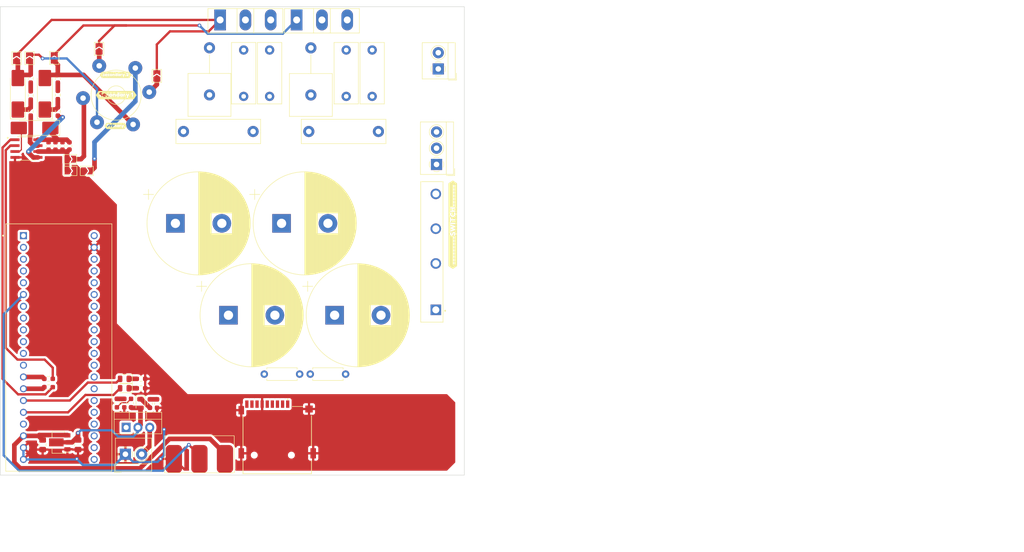
<source format=kicad_pcb>
(kicad_pcb (version 20221018) (generator pcbnew)
  (layers (0 "F.Cu" signal) (31 "B.Cu" signal) (34 "B.Paste" user) (35 "F.Paste" user) (36 "B.SilkS" user "B.Silkscreen") (37 "F.SilkS" user "F.Silkscreen") (38 "B.Mask" user) (39 "F.Mask" user) (44 "Edge.Cuts" user))
  (net 0 "")
  (net 1 "Net-(Q1-C)")
  (net 2 "Net-(J2-Pin_1)")
  (net 3 "Net-(C4-Pad1)")
  (net 4 "Net-(C4-Pad2)")
  (net 5 "Net-(C6-Pad1)")
  (net 6 "Net-(C6-Pad2)")
  (net 7 "+15V")
  (net 8 "+3.3V")
  (net 9 "Net-(J3-Pin_2)")
  (net 10 "Net-(D6-K)")
  (net 11 "Net-(J1-Pin_3)")
  (net 12 "Net-(J1-Pin_2)")
  (net 13 "Net-(D3-K)")
  (net 14 "Net-(D4-K)")
  (net 16 "PWM_LOW")
  (net 17 "PWM_HIGH")
  (net 25 "Net-(D7-K)")
  (net 27 "Net-(J4-CD{slash}DAT3)")
  (net 28 "Net-(J4-CMD)")
  (net 48 "Net-(D1-Pad2)")
  (net 49 "Net-(U2-ADJ)")
  (net 50 "Net-(R13-Pad1)")
  (net 51 "Earth")
  (net 52 "Net-(D2-K)")
  (net 53 "Net-(D2-A)")
  (net 54 "DriverOut_LOW")
  (net 55 "DriverOut_HIGH")
  (net 56 "Net-(D5-K)")
  (net 57 "Net-(D5-A)")
  (net 58 "Net-(D6-A)")
  (net 59 "Net-(JP1-A)")
  (net 60 "Net-(JP1-B)")
  (net 61 "Net-(JP2-A)")
  (net 62 "Net-(JP2-B)")
  (net 63 "Net-(JP3-B)")
  (net 64 "Net-(U1-LO)")
  (net 65 "Net-(U1-HO)")
  (net 66 "Net-(U1-HL)")
  (net 67 "Net-(U1-LL)")
  (net 68 "Net-(J4-CLX)")
  (net 69 "Bridge_Low")
  (net 70 "Bridge_Midpoint")
  (net 71 "Net-(JP6-A)")
  (net 72 "Net-(J4-DAT0)")
  (net 75 "Net-(R18-Pad1)")
  (net 76 "Net-(U3-A1)")
  (footprint "Capacitor_THT:C_Rect_L18.0mm_W5.0mm_P15.00mm_FKS3_FKP3" (layer "F.Cu") (at 102.482 72.898)
    (fp_text reference "C3" hide)
    (fp_text value "5x1uF")
  )
  (footprint "kibuzzard-65B138E2" (layer "F.Cu") (at 87.978 65.057924)
    (fp_text reference "kibuzzard-65B138E2" hide)
    (fp_text value "G***" hide)
  )
  (footprint "Resistor_THT:R_Axial_Power_L25.0mm_W9.0mm_P10.16mm_Vertical" (layer "F.Cu") (at 129.928 65.028 90)
    (fp_text reference "R6" hide)
    (fp_text value "10R")
  )
  (footprint "Capacitor_SMD:C_0603_1608Metric" (layer "F.Cu") (at 73.41 76.017 90)
    (fp_text reference "C14" hide)
    (fp_text value "100nF" hide)
  )
  (footprint "kibuzzard-65B13903" (layer "F.Cu") (at 87.848835 71.706)
    (fp_text reference "kibuzzard-65B13903" hide)
    (fp_text value "G***" hide)
  )
  (footprint "Resistor_SMD:R_0603_1608Metric_Pad0.98x0.95mm_HandSolder" (layer "F.Cu") (at 93.3215 128.27 180)
    (fp_text reference "R11" hide)
    (fp_text value "1k")
  )
  (footprint "TerminalBlock_4Ucon:TerminalBlock_4Ucon_1x02_P3.50mm_Horizontal" (layer "F.Cu") (at 89.972 142.494)
    (fp_text reference "J3" hide)
    (fp_text value "Screw_Terminal_01x02")
  )
  (footprint "Package_TO_SOT_THT:TO-247-3_Vertical" (layer "F.Cu") (at 110.374 48.842)
    (fp_text reference "Q1" hide)
    (fp_text value "Q_NIGBT_GCE")
  )
  (footprint "Capacitor_THT:C_Rect_L13.0mm_W5.0mm_P10.00mm_FKS3_FKP3_MKS4" (layer "F.Cu") (at 137.548 55.328 -90)
    (fp_text reference "C6" hide)
    (fp_text value "10n")
  )
  (footprint "Snapeda:UCC27712D_SOIC127P599X175-8N" (layer "F.Cu") (at 68.65 76.581)
    (fp_text reference "U1" hide)
    (fp_text value "UCC27712D" hide)
  )
  (footprint "Jumper:SolderJumper-2_P1.3mm_Open_TrianglePad1.0x1.5mm" (layer "F.Cu") (at 78.085 78.867)
    (fp_text reference "JP6" hide)
    (fp_text value "Solder Jumper" hide)
  )
  (footprint "Transformer_THT:Transformer_Toroid_Tapped_Horizontal_D10.5mm_Amidon-T37" (layer "F.Cu") (at 83.848835 70.906 30)
    (fp_text reference "T1" hide)
    (fp_text value "Gate drive transformer" hide)
  )
  (footprint "Capacitor_THT:C_Rect_L13.0mm_W5.0mm_P10.00mm_FKS3_FKP3_MKS4" (layer "F.Cu") (at 143.136 65.328 90)
    (fp_text reference "C7" hide)
    (fp_text value "10n")
  )
  (footprint "Jumper:SolderJumper-2_P1.3mm_Open_TrianglePad1.0x1.5mm" (layer "F.Cu") (at 84.292835 55.081 90)
    (fp_text reference "JP2" hide)
    (fp_text value "Solder Jumper" hide)
  )
  (footprint "Resistor_SMD:R_0603_1608Metric_Pad0.98x0.95mm_HandSolder" (layer "F.Cu") (at 95.25 131.572 -90)
    (fp_text reference "R18" hide)
    (fp_text value "1k")
  )
  (footprint "Resistor_SMD:R_0603_1608Metric_Pad0.98x0.95mm_HandSolder" (layer "F.Cu") (at 75.41 68.58 90)
    (fp_text reference "R2" hide)
    (fp_text value "10R")
  )
  (footprint "Capacitor_SMD:C_0603_1608Metric" (layer "F.Cu") (at 76.41 76.017 90)
    (fp_text reference "C13" hide)
    (fp_text value "100nF" hide)
  )
  (footprint "Diode_SMD:D_MELF_Handsoldering" (layer "F.Cu") (at 66.802 64.77 90)
    (fp_text reference "D4" hide)
    (fp_text value "SUF4007" hide)
  )
  (footprint "Jumper:SolderJumper-2_P1.3mm_Open_TrianglePad1.0x1.5mm" (layer "F.Cu") (at 96.738835 60.923 90)
    (fp_text reference "JP1" hide)
    (fp_text value "Solder Jumper" hide)
  )
  (footprint "Resistor_THT:R_Axial_DIN0207_L6.3mm_D2.5mm_P7.62mm_Horizontal" (layer "F.Cu") (at 129.794 125.222)
    (fp_text reference "R10" hide)
    (fp_text value "100k")
  )
  (footprint "kibuzzard-65AE80BD" (layer "F.Cu") (at 160.5 93 90)
    (fp_text reference "kibuzzard-65AE80BD" hide)
    (fp_text value "G***" hide)
  )
  (footprint "Resistor_SMD:R_0603_1608Metric_Pad0.98x0.95mm_HandSolder" (layer "F.Cu") (at 69.568 68.58 90)
    (fp_text reference "R4" hide)
    (fp_text value "10R")
  )
  (footprint "Resistor_SMD:R_0603_1608Metric_Pad0.98x0.95mm_HandSolder" (layer "F.Cu") (at 91.186 131.4685 -90)
    (fp_text reference "R12" hide)
    (fp_text value "1k")
  )
  (footprint "Jumper:SolderJumper-2_P1.3mm_Open_TrianglePad1.0x1.5mm" (layer "F.Cu") (at 69.314 57.076 90)
    (fp_text reference "JP3" hide)
    (fp_text value "Solder Jumper" hide)
  )
  (footprint "TerminalBlock_4Ucon:TerminalBlock_4Ucon_1x02_P3.50mm_Horizontal" (layer "F.Cu") (at 157.38 59.408 90)
    (fp_text reference "J2" hide)
    (fp_text value "Screw_Terminal_01x02")
  )
  (footprint "Jumper:SolderJumper-2_P1.3mm_Open_TrianglePad1.0x1.5mm" (layer "F.Cu") (at 81.641 81.407)
    (fp_text reference "JP8" hide)
    (fp_text value "Solder Jumper" hide)
  )
  (footprint "Resistor_SMD:R_0603_1608Metric_Pad0.98x0.95mm_HandSolder" (layer "F.Cu") (at 89.726 131.4685 90)
    (fp_text reference "R14" hide)
    (fp_text value "1k")
  )
  (footprint "Resistor_SMD:R_0603_1608Metric_Pad0.98x0.95mm_HandSolder" (layer "F.Cu") (at 69.568 65.1275 -90)
    (fp_text reference "R7" hide)
    (fp_text value "10R")
  )
  (footprint "Jumper:SolderJumper-2_P1.3mm_Open_TrianglePad1.0x1.5mm" (layer "F.Cu") (at 78.122 81.407)
    (fp_text reference "JP7" hide)
    (fp_text value "Solder Jumper" hide)
  )
  (footprint "Resistor_SMD:R_0603_1608Metric_Pad0.98x0.95mm_HandSolder" (layer "F.Cu") (at 75.41 61.468 90)
    (fp_text reference "R3" hide)
    (fp_text value "10R")
  )
  (footprint "Snapeda:potentiometer" (layer "F.Cu") (at 98.418 146.51)
    (fp_text reference "RV1" hide)
    (fp_text value "10k pot")
  )
  (footprint "Snapeda:GBJ1008-BP_DIOB_GBJ1008-BP" (layer "F.Cu") (at 156 98.861 90)
    (fp_text reference "D1" hide)
    (fp_text value "GBJ1008-BP")
  )
  (footprint "Capacitor_THT:CP_Radial_D22.0mm_P10.00mm_SnapIn" (layer "F.Cu") (at 135.042169 112.522)
    (fp_text reference "C10" hide)
    (fp_text value "220uF")
  )
  (footprint "Resistor_SMD:R_0603_1608Metric_Pad0.98x0.95mm_HandSolder" (layer "F.Cu") (at 93.3215 126.238 180)
    (fp_text reference "R15" hide)
    (fp_text value "1k")
  )
  (footprint "Resistor_SMD:R_0603_1608Metric_Pad0.98x0.95mm_HandSolder" (layer "F.Cu") (at 73.406 128.032 180)
    (fp_text reference "R17" hide)
    (fp_text value "10R")
  )
  (footprint "Resistor_THT:R_Axial_DIN0207_L6.3mm_D2.5mm_P7.62mm_Horizontal" (layer "F.Cu") (at 119.888 125.222)
    (fp_text reference "R9" hide)
    (fp_text value "100k")
  )
  (footprint "Resistor_SMD:R_0603_1608Metric_Pad0.98x0.95mm_HandSolder" (layer "F.Cu") (at 96.774 131.572 90)
    (fp_text reference "R19" hide)
    (fp_text value "1k")
  )
  (footprint "Snapeda:ZC323000_MODULE_ZC323000" (layer "F.Cu") (at 75.62 119.49)
    (fp_text reference "U3" hide)
    (fp_text value "ZC323000")
  )
  (footprint "LED_SMD:LED_0805_2012Metric" (layer "F.Cu") (at 93.218 131.572 -90)
    (fp_text reference "D7" hide)
    (fp_text value "LED")
  )
  (footprint "Resistor_SMD:R_0603_1608Metric_Pad0.98x0.95mm_HandSolder" (layer "F.Cu") (at 69.568 61.468 90)
    (fp_text reference "R8" hide)
    (fp_text value "10R")
  )
  (footprint "Capacitor_SMD:C_0805_2012Metric_Pad1.18x1.45mm_HandSolder" (layer "F.Cu") (at 79.756 140.462 -90)
    (fp_text reference "C8" hide)
    (fp_text value "10u")
  )
  (footprint "LED_SMD:LED_0805_2012Metric" (layer "F.Cu") (at 89.7655 126.238 180)
    (fp_text reference "D2" hide)
    (fp_text value "LED")
  )
  (footprint "Capacitor_THT:C_Rect_L13.0mm_W5.0mm_P10.00mm_FKS3_FKP3_MKS4" (layer "F.Cu") (at 121.038 65.328 90)
    (fp_text reference "C5" hide)
    (fp_text value "10n")
  )
  (footprint "Capacitor_THT:CP_Radial_D22.0mm_P10.00mm_SnapIn" (layer "F.Cu") (at 100.744 92.71)
    (fp_text reference "C1" hide)
    (fp_text value "220uF")
  )
  (footprint "Capacitor_THT:C_Rect_L18.0mm_W5.0mm_P15.00mm_FKS3_FKP3" (layer "F.Cu") (at 129.482 72.898)
    (fp_text reference "C2" hide)
    (fp_text value "5x1uF")
  )
  (footprint "Jumper:SolderJumper-2_P1.3mm_Open_TrianglePad1.0x1.5mm" (layer "F.Cu") (at 74.648 57.039 90)
    (fp_text reference "JP4" hide)
    (fp_text value "Solder Jumper" hide)
  )
  (footprint "Capacitor_THT:CP_Radial_D22.0mm_P10.00mm_SnapIn" (layer "F.Cu") (at 123.612169 92.71)
    (fp_text reference "C15" hide)
    (fp_text value "220uF")
  )
  (footprint "Package_TO_SOT_THT:TO-247-3_Vertical" (layer "F.Cu") (at 126.862 48.842)
    (fp_text reference "Q2" hide)
    (fp_text value "Q_NIGBT_GCE")
  )
  (footprint "Capacitor_SMD:C_0603_1608Metric" (layer "F.Cu") (at 77.91 76.017 90)
    (fp_text reference "C16" hide)
    (fp_text value "4x100nF")
  )
  (footprint "Capacitor_THT:CP_Radial_D22.0mm_P10.00mm_SnapIn" (layer "F.Cu") (at 112.174 112.522)
    (fp_text reference "C11" hide)
    (fp_text value "220uF")
  )
  (footprint "Diode_SMD:D_MELF_Handsoldering" (layer "F.Cu") (at 72.616 64.77 90)
    (fp_text reference "D3" hide)
    (fp_text value "SUF4007" hide)
  )
  (footprint "TerminalBlock_4Ucon:TerminalBlock_4Ucon_1x03_P3.50mm_Horizontal" (layer "F.Cu") (at 157 80 90)
    (fp_text reference "J1" hide)
    (fp_text value "Screw_Terminal_01x03")
  )
  (footprint "Resistor_SMD:R_0603_1608Metric_Pad0.98x0.95mm_HandSolder" (layer "F.Cu") (at 73.406 126.238 180)
    (fp_text reference "R16" hide)
    (fp_text value "10R")
  )
  (footprint "Capacitor_SMD:C_0603_1608Metric" (layer "F.Cu") (at 74.9 76.017 90)
    (fp_text reference "C12" hide)
    (fp_text value "100nF" hide)
  )
  (footprint "Capacitor_SMD:C_0805_2012Metric_Pad1.18x1.45mm_HandSolder" (layer "F.Cu") (at 72.136 140.462 -90)
    (fp_text reference "C9" hide)
    (fp_text value "10u")
  )
  (footprint "Resistor_SMD:R_0603_1608Metric_Pad0.98x0.95mm_HandSolder" (layer "F.Cu") (at 75.41 65.024 -90)
    (fp_text reference "R1" hide)
    (fp_text value "10R")
  )
  (footprint "Samacsys:MCSPQ08ASGTR" (layer "F.Cu") (at 122.682 139.446)
    (fp_text reference "J4" hide)
    (fp_text value "MCSP-Q-08-A-SG-T_R" hide)
  )
  (footprint "kibuzzard-65B13918" (layer "F.Cu") (at 87.848835 60.706)
    (fp_text reference "kibuzzard-65B13918" hide)
    (fp_text value "G***" hide)
  )
  (footprint "Capacitor_THT:C_Rect_L13.0mm_W5.0mm_P10.00mm_FKS3_FKP3_MKS4" (layer "F.Cu") (at 115.45 55.328 -90)
    (fp_text reference "C4" hide)
    (fp_text value "10n")
  )
  (footprint "Package_TO_SOT_THT:TO-220-3_Vertical" (layer "F.Cu") (at 90.13 136.716)
    (fp_text reference "U2" hide)
    (fp_text value "LM317_TO-220")
  )
  (footprint "LED_SMD:LED_0805_2012Metric" (layer "F.Cu") (at 89.7655 128.27 180)
    (fp_text reference "D5" hide)
    (fp_text value "LED")
  )
  (footprint "Resistor_THT:R_Axial_Power_L25.0mm_W9.0mm_P10.16mm_Vertical" (layer "F.Cu") (at 108.084 65.011 90)
    (fp_text reference "R5" hide)
    (fp_text value "10R")
  )
  (footprint "Resistor_SMD:R_0603_1608Metric_Pad0.98x0.95mm_HandSolder" (layer "F.Cu") (at 88.138 131.4685 -90)
    (fp_text reference "R13" hide)
    (fp_text value "10k")
  )
  (footprint "Jumper:SolderJumper-2_P1.3mm_Open_TrianglePad1.0x1.5mm" (layer "F.Cu") (at 66.52 57.113 90)
    (fp_text reference "JP5" hide)
    (fp_text value "Solder Jumper" hide)
  )
  (footprint "Diode_SMD:D_MELF_Handsoldering" (layer "F.Cu") (at 70.4 72.136 180)
    (fp_text reference "D6" hide)
    (fp_text value "SUF4007")
  )
  (footprint "Package_TO_SOT_SMD:SOT-89-3" (layer "F.Cu") (at 75.52 139.93 180)
    (fp_text reference "U4" hide)
    (fp_text value "HT7533-1-SOT89")
  )
  (gr_rect (start 63 46) (end 163 147) (stroke (width 0.1)) (fill none) (layer "Edge.Cuts"))
  (segment (start 91.3145 132.5095) (end 91.186 132.381) (width 1) (layer "F.Cu") (net 7))
  (segment (start 79.756 138.644) (end 79.756 137.922) (width 1) (layer "F.Cu") (net 7))
  (segment (start 93.218 132.5095) (end 93.218 136.168) (width 1) (layer "F.Cu") (net 7))
  (segment (start 78.47 139.93) (end 79.756 138.644) (width 1) (layer "F.Cu") (net 7))
  (segment (start 93.218 136.168) (end 92.67 136.716) (width 1) (layer "F.Cu") (net 7))
  (segment (start 77.3825 139.93) (end 78.47 139.93) (width 1) (layer "F.Cu") (net 7))
  (segment (start 93.218 132.5095) (end 91.3145 132.5095) (width 1) (layer "F.Cu") (net 7))
  (via (at 79.756 137.922) (size 0.8) (drill 0.4) (layers "F.Cu" "B.Cu") (net 7))
  (segment (start 88.392 138.684) (end 91.694 138.684) (width 0.5) (layer "B.Cu") (net 7))
  (segment (start 92.67 137.708) (end 92.67 136.716) (width 0.5) (layer "B.Cu") (net 7))
  (segment (start 87.044 137.336) (end 88.392 138.684) (width 0.5) (layer "B.Cu") (net 7))
  (segment (start 79.756 137.922) (end 80.342 137.336) (width 0.5) (layer "B.Cu") (net 7))
  (segment (start 91.694 138.684) (end 92.67 137.708) (width 0.5) (layer "B.Cu") (net 7))
  (segment (start 80.342 137.336) (end 87.044 137.336) (width 0.5) (layer "B.Cu") (net 7))
  (segment (start 111.418 142.406) (end 108.204 139.192) (width 1) (layer "F.Cu") (net 8))
  (segment (start 93.111006 145.542) (end 67.31 145.542) (width 1) (layer "F.Cu") (net 8))
  (segment (start 71.2515 138.54) (end 72.136 139.4245) (width 1) (layer "F.Cu") (net 8))
  (segment (start 67.31 145.542) (end 66.04 144.272) (width 1) (layer "F.Cu") (net 8))
  (segment (start 66.04 144.272) (end 66.04 140.5) (width 1) (layer "F.Cu") (net 8))
  (segment (start 71.2515 138.54) (end 71.428 138.3635) (width 1) (layer "F.Cu") (net 8))
  (segment (start 66.04 140.5) (end 68 138.54) (width 1) (layer "F.Cu") (net 8))
  (segment (start 108.204 139.192) (end 99.461006 139.192) (width 1) (layer "F.Cu") (net 8))
  (segment (start 71.428 138.3635) (end 77.47 138.3635) (width 1) (layer "F.Cu") (net 8))
  (segment (start 68 138.54) (end 71.2515 138.54) (width 1) (layer "F.Cu") (net 8))
  (segment (start 111.418 143.51) (end 111.418 142.406) (width 1) (layer "F.Cu") (net 8))
  (segment (start 99.461006 139.192) (end 93.111006 145.542) (width 1) (layer "F.Cu") (net 8))
  (segment (start 95.21 140.756) (end 93.472 142.494) (width 1) (layer "F.Cu") (net 9))
  (segment (start 95.21 136.716) (end 95.21 140.756) (width 1) (layer "F.Cu") (net 9))
  (segment (start 77.344 74.676) (end 75.438 74.676) (width 1) (layer "F.Cu") (net 10))
  (segment (start 77.91 75.242) (end 77.344 74.676) (width 1) (layer "F.Cu") (net 10))
  (segment (start 73.8 72.136) (end 73.8 73.038) (width 1) (layer "F.Cu") (net 10))
  (segment (start 73.8 73.038) (end 75.438 74.676) (width 1) (layer "F.Cu") (net 10))
  (segment (start 75.438 74.676) (end 71.12 74.676) (width 1) (layer "F.Cu") (net 10))
  (segment (start 75.41 67.6675) (end 75.41 65.9365) (width 1) (layer "F.Cu") (net 13))
  (segment (start 72.616 68.17) (end 74.9075 68.17) (width 1) (layer "F.Cu") (net 13))
  (segment (start 74.9075 68.17) (end 75.41 67.6675) (width 1) (layer "F.Cu") (net 13))
  (segment (start 69.568 67.6675) (end 69.568 66.04) (width 1) (layer "F.Cu") (net 14))
  (segment (start 66.802 68.17) (end 69.0655 68.17) (width 1) (layer "F.Cu") (net 14))
  (segment (start 69.0655 68.17) (end 69.568 67.6675) (width 1) (layer "F.Cu") (net 14))
  (segment (start 68 128.38) (end 72.1455 128.38) (width 1) (layer "F.Cu") (net 16))
  (segment (start 72.1455 128.38) (end 72.4935 128.032) (width 1) (layer "F.Cu") (net 16))
  (segment (start 68 125.84) (end 72.0955 125.84) (width 1) (layer "F.Cu") (net 17))
  (segment (start 72.0955 125.84) (end 72.4935 126.238) (width 1) (layer "F.Cu") (net 17))
  (segment (start 93.218 130.6345) (end 93.4 130.6345) (width 1) (layer "F.Cu") (net 25))
  (segment (start 93.4 130.6345) (end 95.25 132.4845) (width 1) (layer "F.Cu") (net 25))
  (segment (start 90.361 131.381) (end 91.186 130.556) (width 0.25) (layer "F.Cu") (net 49))
  (segment (start 88.138 132.381) (end 89.138 131.381) (width 0.25) (layer "F.Cu") (net 49))
  (segment (start 89.138 131.381) (end 90.361 131.381) (width 0.25) (layer "F.Cu") (net 49))
  (segment (start 88.138 130.556) (end 89.726 130.556) (width 1) (layer "F.Cu") (net 50))
  (segment (start 97.536 143.51) (end 100.418 143.51) (width 0.5) (layer "F.Cu") (net 51))
  (via (at 97.536 143.51) (size 0.8) (drill 0.4) (layers "F.Cu" "B.Cu") (net 51))
  (via (at 79.502 143.51) (size 0.8) (drill 0.4) (layers "F.Cu" "B.Cu") (net 51))
  (via (at 98.298 137.16) (size 0.8) (drill 0.4) (layers "F.Cu" "B.Cu") (net 51))
  (segment (start 89.972 142.494) (end 87.642 144.824) (width 0.5) (layer "B.Cu") (net 51))
  (segment (start 80.816 144.824) (end 79.502 143.51) (width 0.5) (layer "B.Cu") (net 51))
  (segment (start 79.392 143.62) (end 68 143.62) (width 0.5) (layer "B.Cu") (net 51))
  (segment (start 96.902 144.144) (end 97.536 143.51) (width 0.5) (layer "B.Cu") (net 51))
  (segment (start 98.298 142.748) (end 98.298 137.16) (width 0.5) (layer "B.Cu") (net 51))
  (segment (start 89.972 142.494) (end 91.622 144.144) (width 0.5) (layer "B.Cu") (net 51))
  (segment (start 87.642 144.824) (end 80.816 144.824) (width 0.5) (layer "B.Cu") (net 51))
  (segment (start 79.502 143.51) (end 79.392 143.62) (width 0.5) (layer "B.Cu") (net 51))
  (segment (start 68 143.62) (end 68 141.08) (width 0.5) (layer "B.Cu") (net 51))
  (segment (start 97.536 143.51) (end 98.298 142.748) (width 0.5) (layer "B.Cu") (net 51))
  (segment (start 91.622 144.144) (end 96.902 144.144) (width 0.5) (layer "B.Cu") (net 51))
  (segment (start 90.703 126.238) (end 92.409 126.238) (width 1) (layer "F.Cu") (net 52))
  (segment (start 88.022 127.044) (end 88.828 126.238) (width 0.5) (layer "F.Cu") (net 53))
  (segment (start 81.871 127.044) (end 88.022 127.044) (width 0.5) (layer "F.Cu") (net 53))
  (segment (start 68 130.92) (end 77.995 130.92) (width 0.5) (layer "F.Cu") (net 53))
  (segment (start 77.995 130.92) (end 81.871 127.044) (width 0.5) (layer "F.Cu") (net 53))
  (segment (start 75.41 58.526) (end 74.648 57.764) (width 1) (layer "F.Cu") (net 54))
  (segment (start 75.41 60.5555) (end 75.41 58.526) (width 1) (layer "F.Cu") (net 54))
  (segment (start 91.628 71.379909) (end 80.954091 60.706) (width 1) (layer "F.Cu") (net 54))
  (segment (start 74.93 60.706) (end 75.2595 60.706) (width 1) (layer "F.Cu") (net 54))
  (segment (start 75.2595 60.706) (end 75.41 60.5555) (width 1) (layer "F.Cu") (net 54))
  (segment (start 73.28 60.706) (end 74.93 60.706) (width 1) (layer "F.Cu") (net 54))
  (segment (start 80.954091 60.706) (end 74.93 60.706) (width 1) (layer "F.Cu") (net 54))
  (segment (start 72.616 61.37) (end 73.28 60.706) (width 1) (layer "F.Cu") (net 54))
  (segment (start 66.802 61.37) (end 67.466 60.706) (width 1) (layer "F.Cu") (net 55))
  (segment (start 67.466 60.706) (end 69.4175 60.706) (width 1) (layer "F.Cu") (net 55))
  (segment (start 69.4175 60.706) (end 69.568 60.5555) (width 1) (layer "F.Cu") (net 55))
  (segment (start 66.802 58.12) (end 66.52 57.838) (width 1) (layer "F.Cu") (net 55))
  (segment (start 69.568 58.055) (end 69.314 57.801) (width 1) (layer "F.Cu") (net 55))
  (segment (start 69.568 60.5555) (end 69.568 58.055) (width 1) (layer "F.Cu") (net 55))
  (segment (start 66.802 61.37) (end 66.802 58.12) (width 1) (layer "F.Cu") (net 55))
  (segment (start 90.703 128.27) (end 92.409 128.27) (width 1) (layer "F.Cu") (net 56))
  (segment (start 68 133.46) (end 77.614 133.46) (width 0.5) (layer "F.Cu") (net 57))
  (segment (start 87.382 129.716) (end 88.828 128.27) (width 0.5) (layer "F.Cu") (net 57))
  (segment (start 81.358 129.716) (end 87.382 129.716) (width 0.5) (layer "F.Cu") (net 57))
  (segment (start 77.614 133.46) (end 81.358 129.716) (width 0.5) (layer "F.Cu") (net 57))
  (segment (start 67.564 76.816999) (end 67.164999 77.216) (width 0.25) (layer "F.Cu") (net 58))
  (segment (start 67.564 72.7) (end 67.564 76.816999) (width 0.25) (layer "F.Cu") (net 58))
  (segment (start 67 72.136) (end 67.564 72.7) (width 0.25) (layer "F.Cu") (net 58))
  (segment (start 67.164999 77.216) (end 66.18 77.216) (width 0.25) (layer "F.Cu") (net 58))
  (segment (start 96.738835 62.77433) (end 95.107165 64.406) (width 1) (layer "F.Cu") (net 59))
  (segment (start 96.738835 61.648) (end 96.738835 62.77433) (width 1) (layer "F.Cu") (net 59))
  (segment (start 107.908 51.308) (end 110.374 48.842) (width 0.5) (layer "F.Cu") (net 60))
  (segment (start 99.568 51.308) (end 107.908 51.308) (width 0.5) (layer "F.Cu") (net 60))
  (segment (start 66.52 56.388) (end 74.066 48.842) (width 0.5) (layer "F.Cu") (net 60))
  (segment (start 74.066 48.842) (end 110.374 48.842) (width 0.5) (layer "F.Cu") (net 60))
  (segment (start 96.738835 60.198) (end 96.738835 54.137165) (width 0.5) (layer "F.Cu") (net 60))
  (segment (start 96.738835 54.137165) (end 99.568 51.308) (width 0.5) (layer "F.Cu") (net 60))
  (segment (start 84.328 55.841165) (end 84.292835 55.806) (width 1) (layer "F.Cu") (net 61))
  (segment (start 84.328 58.735938) (end 84.328 55.841165) (width 1) (layer "F.Cu") (net 61))
  (segment (start 84.292835 53.375165) (end 87.63 50.038) (width 0.5) (layer "F.Cu") (net 62))
  (segment (start 80.924 50.038) (end 90.17 50.038) (width 0.5) (layer "F.Cu") (net 62))
  (segment (start 74.648 56.314) (end 80.924 50.038) (width 0.5) (layer "F.Cu") (net 62))
  (segment (start 87.63 50.038) (end 90.17 50.038) (width 0.5) (layer "F.Cu") (net 62))
  (segment (start 84.292835 54.356) (end 84.292835 53.375165) (width 0.5) (layer "F.Cu") (net 62))
  (segment (start 90.17 50.038) (end 105.918 50.038) (width 0.5) (layer "F.Cu") (net 62))
  (via (at 105.918 50.038) (size 0.8) (drill 0.4) (layers "F.Cu" "B.Cu") (net 62))
  (segment (start 123.888 51.816) (end 126.862 48.842) (width 0.5) (layer "B.Cu") (net 62))
  (segment (start 107.696 51.816) (end 123.888 51.816) (width 0.5) (layer "B.Cu") (net 62))
  (segment (start 105.918 50.038) (end 107.696 51.816) (width 0.5) (layer "B.Cu") (net 62))
  (segment (start 71.337 56.351) (end 72.136 57.15) (width 0.5) (layer "F.Cu") (net 63))
  (segment (start 69.314 56.351) (end 71.337 56.351) (width 0.5) (layer "F.Cu") (net 63))
  (via (at 72.136 57.15) (size 0.8) (drill 0.4) (layers "F.Cu" "B.Cu") (net 63))
  (segment (start 83.848835 63.655835) (end 83.848835 70.906) (width 0.5) (layer "B.Cu") (net 63))
  (segment (start 77.343 57.15) (end 83.848835 63.655835) (width 0.5) (layer "B.Cu") (net 63))
  (segment (start 72.136 57.15) (end 77.343 57.15) (width 0.5) (layer "B.Cu") (net 63))
  (segment (start 75.7675 69.85) (end 75.41 69.4925) (width 1) (layer "F.Cu") (net 64))
  (segment (start 70.135001 78.486) (end 69.088 77.438999) (width 1) (layer "F.Cu") (net 64))
  (segment (start 76.454 69.85) (end 75.7675 69.85) (width 1) (layer "F.Cu") (net 64))
  (segment (start 75.41 64.1115) (end 75.41 62.3805) (width 1) (layer "F.Cu") (net 64))
  (segment (start 71.12 78.486) (end 70.135001 78.486) (width 1) (layer "F.Cu") (net 64))
  (segment (start 69.088 77.438999) (end 69.088 77.216) (width 1) (layer "F.Cu") (net 64))
  (via (at 69.088 77.216) (size 0.8) (drill 0.4) (layers "F.Cu" "B.Cu") (net 64))
  (via (at 76.454 69.85) (size 0.8) (drill 0.4) (layers "F.Cu" "B.Cu") (net 64))
  (segment (start 69.088 77.216) (end 76.454 69.85) (width 1) (layer "B.Cu") (net 64))
  (segment (start 69.568 73.688) (end 69.568 69.4925) (width 1) (layer "F.Cu") (net 65))
  (segment (start 69.435 73.821) (end 69.568 73.688) (width 1) (layer "F.Cu") (net 65))
  (segment (start 71.12 75.946) (end 70.13849 75.946) (width 1) (layer "F.Cu") (net 65))
  (segment (start 69.568 64.215) (end 69.568 62.3805) (width 1) (layer "F.Cu") (net 65))
  (segment (start 70.13849 75.946) (end 69.435 75.24251) (width 1) (layer "F.Cu") (net 65))
  (segment (start 69.435 75.24251) (end 69.435 73.821) (width 1) (layer "F.Cu") (net 65))
  (segment (start 66.724 122.096) (end 64.197 119.569) (width 0.5) (layer "F.Cu") (net 66))
  (segment (start 72.566 122.096) (end 66.724 122.096) (width 0.5) (layer "F.Cu") (net 66))
  (segment (start 74.3185 123.8485) (end 72.566 122.096) (width 0.5) (layer "F.Cu") (net 66))
  (segment (start 65.195001 75.946) (end 66.18 75.946) (width 0.5) (layer "F.Cu") (net 66))
  (segment (start 64.197 76.944001) (end 65.195001 75.946) (width 0.5) (layer "F.Cu") (net 66))
  (segment (start 74.3185 126.238) (end 74.3185 123.8485) (width 0.5) (layer "F.Cu") (net 66))
  (segment (start 64.197 119.569) (end 64.197 76.944001) (width 0.5) (layer "F.Cu") (net 66))
  (segment (start 63.497 126.235) (end 63.497 76.374001) (width 0.5) (layer "F.Cu") (net 67))
  (segment (start 66.846 129.584) (end 63.497 126.235) (width 0.5) (layer "F.Cu") (net 67))
  (segment (start 74.3185 128.032) (end 72.7665 129.584) (width 0.5) (layer "F.Cu") (net 67))
  (segment (start 63.497 76.374001) (end 65.195001 74.676) (width 0.5) (layer "F.Cu") (net 67))
  (segment (start 65.195001 74.676) (end 66.18 74.676) (width 0.5) (layer "F.Cu") (net 67))
  (segment (start 72.7665 129.584) (end 66.846 129.584) (width 0.5) (layer "F.Cu") (net 67))
  (segment (start 83.312 78.74) (end 83.312 80.711) (width 1) (layer "F.Cu") (net 69))
  (segment (start 83.312 80.711) (end 82.616 81.407) (width 1) (layer "F.Cu") (net 69))
  (via (at 83.312 78.74) (size 0.8) (drill 0.4) (layers "F.Cu" "B.Cu") (net 69))
  (segment (start 92.107165 66.388835) (end 83.312 75.184) (width 1) (layer "B.Cu") (net 69))
  (segment (start 92.107165 59.209848) (end 92.107165 66.388835) (width 1) (layer "B.Cu") (net 69))
  (segment (start 83.312 75.184) (end 83.312 78.74) (width 1) (layer "B.Cu") (net 69))
  (segment (start 80.848835 65.709848) (end 81.026 65.887013) (width 1) (layer "F.Cu") (net 70))
  (segment (start 80.391 78.867) (end 79.06 78.867) (width 1) (layer "F.Cu") (net 70))
  (segment (start 81.026 78.232) (end 80.391 78.867) (width 1) (layer "F.Cu") (net 70))
  (segment (start 81.026 65.887013) (end 81.026 78.232) (width 1) (layer "F.Cu") (net 70))
  (segment (start 77.397 77.305) (end 77.486 77.216) (width 1) (layer "F.Cu") (net 71))
  (segment (start 77.486 77.216) (end 77.91 76.792) (width 1) (layer "F.Cu") (net 71))
  (segment (start 77.397 81.407) (end 77.397 77.305) (width 1) (layer "F.Cu") (net 71))
  (segment (start 71.12 77.216) (end 77.486 77.216) (width 1) (layer "F.Cu") (net 71))
  (segment (start 95.25 130.6595) (end 96.774 130.6595) (width 1) (layer "F.Cu") (net 75))
  (segment (start 105.918 143.51) (end 105.918 142.748) (width 0.5) (layer "F.Cu") (net 76))
  (segment (start 105.918 142.748) (end 103.632 140.462) (width 0.5) (layer "F.Cu") (net 76))
  (via (at 103.632 140.462) (size 0.8) (drill 0.4) (layers "F.Cu" "B.Cu") (net 76))
  (segment (start 98.044 146.05) (end 67.056 146.05) (width 0.5) (layer "B.Cu") (net 76))
  (segment (start 63.754 112.306) (end 68 108.06) (width 0.5) (layer "B.Cu") (net 76))
  (segment (start 103.632 140.462) (end 98.044 146.05) (width 0.5) (layer "B.Cu") (net 76))
  (segment (start 67.056 146.05) (end 63.754 142.748) (width 0.5) (layer "B.Cu") (net 76))
  (segment (start 63.754 142.748) (end 63.754 112.306) (width 0.5) (layer "B.Cu") (net 76))
  (zone (net 51) (net_name "Earth") (layer "F.Cu") (connect_pads (clearance 0.5)) (min_thickness 0.25) (fill yes (thermal_gap 0.5) (thermal_bridge_width 0.5))
    (polygon (pts (xy 103.378 129.54) (xy 88.138 114.3) (xy 88.138 88.646) (xy 76.962 77.47) (xy 66.63143 77.47) (xy 63.5 80.464424) (xy 63.5 142.748) (xy 66.802 146.05) (xy 159.258 146.05) (xy 161.036 144.272) (xy 161.036 131.318) (xy 159.258 129.54) (xy 158.242 129.54)))
  )
)
</source>
